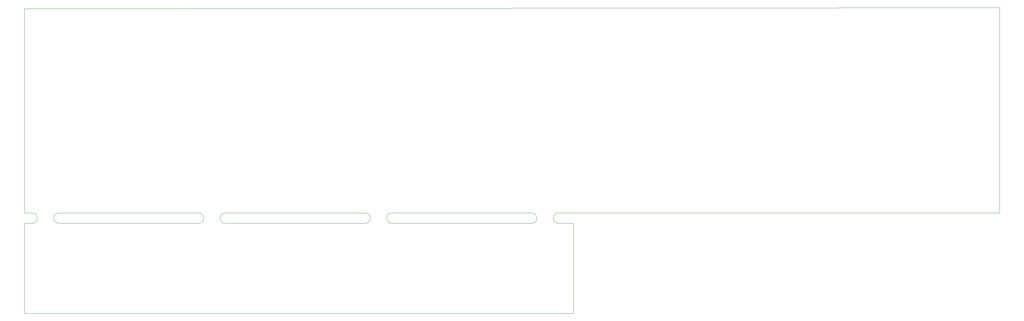
<source format=gbr>
%TF.GenerationSoftware,KiCad,Pcbnew,(6.0.10)*%
%TF.CreationDate,2023-03-08T19:14:54+03:00*%
%TF.ProjectId,my_pcb,6d795f70-6362-42e6-9b69-6361645f7063,rev?*%
%TF.SameCoordinates,Original*%
%TF.FileFunction,Profile,NP*%
%FSLAX46Y46*%
G04 Gerber Fmt 4.6, Leading zero omitted, Abs format (unit mm)*
G04 Created by KiCad (PCBNEW (6.0.10)) date 2023-03-08 19:14:54*
%MOMM*%
%LPD*%
G01*
G04 APERTURE LIST*
%TA.AperFunction,Profile*%
%ADD10C,0.050000*%
%TD*%
G04 APERTURE END LIST*
D10*
X29095100Y-88580000D02*
X27095100Y-88580000D01*
X169495100Y-88580000D02*
X173495100Y-88580000D01*
X117895100Y-88580000D02*
G75*
G03*
X117895100Y-85780000I0J1400000D01*
G01*
X58495100Y-85780000D02*
X73495100Y-85780000D01*
X36295100Y-85780000D02*
G75*
G03*
X36295100Y-88580000I0J-1400000D01*
G01*
X125095100Y-85780000D02*
G75*
G03*
X125095100Y-88580000I0J-1400000D01*
G01*
X29095100Y-88580000D02*
G75*
G03*
X29095100Y-85780000I0J1400000D01*
G01*
X80695100Y-85780000D02*
X102895100Y-85780000D01*
X287095100Y-85780000D02*
X169495100Y-85780000D01*
X162295100Y-88580000D02*
G75*
G03*
X162295100Y-85780000I0J1400000D01*
G01*
X287095100Y-30980000D02*
X287095100Y-85780000D01*
X58495100Y-88580000D02*
X73495100Y-88580000D01*
X27095100Y-31280000D02*
X287095100Y-30980000D01*
X27095100Y-85780000D02*
X29095100Y-85780000D01*
X147295100Y-88580000D02*
X162295100Y-88580000D01*
X36295100Y-88580000D02*
X58495100Y-88580000D01*
X173495100Y-112580000D02*
X173495100Y-88580000D01*
X73495100Y-88580000D02*
G75*
G03*
X73495100Y-85780000I0J1400000D01*
G01*
X147295100Y-85780000D02*
X162295100Y-85780000D01*
X102895100Y-88580000D02*
X117895100Y-88580000D01*
X102895100Y-85780000D02*
X117895100Y-85780000D01*
X80695100Y-85780000D02*
G75*
G03*
X80695100Y-88580000I0J-1400000D01*
G01*
X36295100Y-85780000D02*
X58495100Y-85780000D01*
X125095100Y-85780000D02*
X147295100Y-85780000D01*
X27095100Y-112580000D02*
X27095100Y-88580000D01*
X125095100Y-88580000D02*
X147295100Y-88580000D01*
X80695100Y-88580000D02*
X102895100Y-88580000D01*
X27095100Y-85780000D02*
X27095100Y-31280000D01*
X173495100Y-112580000D02*
X27095100Y-112580000D01*
X169495100Y-85780000D02*
G75*
G03*
X169495100Y-88580000I0J-1400000D01*
G01*
M02*

</source>
